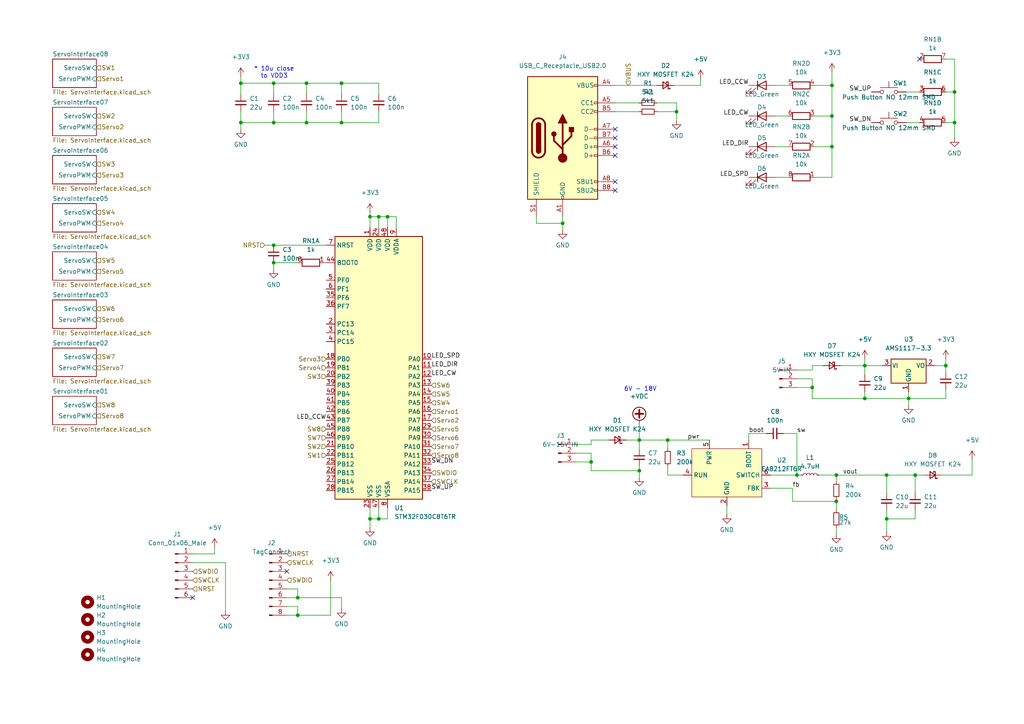
<source format=kicad_sch>
(kicad_sch (version 20211123) (generator eeschema)
  (paper "A4")
  (lib_symbols
    (symbol "Connector:Conn_01x03_Male" (pin_names (offset 1.016) hide)
      (property "Reference" "J" (at 0 5.08 0))
      (property "Value" "Conn_01x03_Male" (at 0 -5.08 0))
      (symbol "Conn_01x03_Male_1_1"
        (polyline (pts (xy 1.27 -2.54) (xy 0.8636 -2.54)) (stroke (width 0.1524)))
        (polyline (pts (xy 1.27 0) (xy 0.8636 0)) (stroke (width 0.1524)))
        (polyline (pts (xy 1.27 2.54) (xy 0.8636 2.54)) (stroke (width 0.1524)))
        (rectangle (start 0.8636 -2.413) (end 0 -2.667) (stroke (width 0.1524)) (fill (type outline)))
        (rectangle (start 0.8636 0.127) (end 0 -0.127) (stroke (width 0.1524)) (fill (type outline)))
        (rectangle (start 0.8636 2.667) (end 0 2.413) (stroke (width 0.1524)) (fill (type outline)))
        (pin passive line (at 5.08 2.54 180) (length 3.81) (name "Pin_1") (number "1"))
        (pin passive line (at 5.08 0 180) (length 3.81) (name "Pin_2") (number "2"))
        (pin passive line (at 5.08 -2.54 180) (length 3.81) (name "Pin_3") (number "3"))
      )
    )
    (symbol "Connector:Conn_01x06_Male" (pin_names (offset 1.016) hide)
      (property "Reference" "J" (at 0 7.62 0))
      (property "Value" "Conn_01x06_Male" (at 0 -10.16 0))
      (symbol "Conn_01x06_Male_1_1"
        (polyline (pts (xy 1.27 -7.62) (xy 0.8636 -7.62)) (stroke (width 0.1524)))
        (polyline (pts (xy 1.27 -5.08) (xy 0.8636 -5.08)) (stroke (width 0.1524)))
        (polyline (pts (xy 1.27 -2.54) (xy 0.8636 -2.54)) (stroke (width 0.1524)))
        (polyline (pts (xy 1.27 0) (xy 0.8636 0)) (stroke (width 0.1524)))
        (polyline (pts (xy 1.27 2.54) (xy 0.8636 2.54)) (stroke (width 0.1524)))
        (polyline (pts (xy 1.27 5.08) (xy 0.8636 5.08)) (stroke (width 0.1524)))
        (rectangle (start 0.8636 -7.493) (end 0 -7.747) (stroke (width 0.1524)) (fill (type outline)))
        (rectangle (start 0.8636 -4.953) (end 0 -5.207) (stroke (width 0.1524)) (fill (type outline)))
        (rectangle (start 0.8636 -2.413) (end 0 -2.667) (stroke (width 0.1524)) (fill (type outline)))
        (rectangle (start 0.8636 0.127) (end 0 -0.127) (stroke (width 0.1524)) (fill (type outline)))
        (rectangle (start 0.8636 2.667) (end 0 2.413) (stroke (width 0.1524)) (fill (type outline)))
        (rectangle (start 0.8636 5.207) (end 0 4.953) (stroke (width 0.1524)) (fill (type outline)))
        (pin passive line (at 5.08 5.08 180) (length 3.81) (name "Pin_1") (number "1"))
        (pin passive line (at 5.08 2.54 180) (length 3.81) (name "Pin_2") (number "2"))
        (pin passive line (at 5.08 0 180) (length 3.81) (name "Pin_3") (number "3"))
        (pin passive line (at 5.08 -2.54 180) (length 3.81) (name "Pin_4") (number "4"))
        (pin passive line (at 5.08 -5.08 180) (length 3.81) (name "Pin_5") (number "5"))
        (pin passive line (at 5.08 -7.62 180) (length 3.81) (name "Pin_6") (number "6"))
      )
    )
    (symbol "Connector:Conn_01x08_Male" (pin_names (offset 1.016) hide)
      (property "Reference" "J" (at 0 10.16 0))
      (property "Value" "Conn_01x08_Male" (at 0 -12.7 0))
      (symbol "Conn_01x08_Male_1_1"
        (polyline (pts (xy 1.27 -10.16) (xy 0.8636 -10.16)) (stroke (width 0.1524)))
        (polyline (pts (xy 1.27 -7.62) (xy 0.8636 -7.62)) (stroke (width 0.1524)))
        (polyline (pts (xy 1.27 -5.08) (xy 0.8636 -5.08)) (stroke (width 0.1524)))
        (polyline (pts (xy 1.27 -2.54) (xy 0.8636 -2.54)) (stroke (width 0.1524)))
        (polyline (pts (xy 1.27 0) (xy 0.8636 0)) (stroke (width 0.1524)))
        (polyline (pts (xy 1.27 2.54) (xy 0.8636 2.54)) (stroke (width 0.1524)))
        (polyline (pts (xy 1.27 5.08) (xy 0.8636 5.08)) (stroke (width 0.1524)))
        (polyline (pts (xy 1.27 7.62) (xy 0.8636 7.62)) (stroke (width 0.1524)))
        (rectangle (start 0.8636 -10.033) (end 0 -10.287) (stroke (width 0.1524)) (fill (type outline)))
        (rectangle (start 0.8636 -7.493) (end 0 -7.747) (stroke (width 0.1524)) (fill (type outline)))
        (rectangle (start 0.8636 -4.953) (end 0 -5.207) (stroke (width 0.1524)) (fill (type outline)))
        (rectangle (start 0.8636 -2.413) (end 0 -2.667) (stroke (width 0.1524)) (fill (type outline)))
        (rectangle (start 0.8636 0.127) (end 0 -0.127) (stroke (width 0.1524)) (fill (type outline)))
        (rectangle (start 0.8636 2.667) (end 0 2.413) (stroke (width 0.1524)) (fill (type outline)))
        (rectangle (start 0.8636 5.207) (end 0 4.953) (stroke (width 0.1524)) (fill (type outline)))
        (rectangle (start 0.8636 7.747) (end 0 7.493) (stroke (width 0.1524)) (fill (type outline)))
        (pin passive line (at 5.08 7.62 180) (length 3.81) (name "Pin_1") (number "1"))
        (pin passive line (at 5.08 5.08 180) (length 3.81) (name "Pin_2") (number "2"))
        (pin passive line (at 5.08 2.54 180) (length 3.81) (name "Pin_3") (number "3"))
        (pin passive line (at 5.08 0 180) (length 3.81) (name "Pin_4") (number "4"))
        (pin passive line (at 5.08 -2.54 180) (length 3.81) (name "Pin_5") (number "5"))
        (pin passive line (at 5.08 -5.08 180) (length 3.81) (name "Pin_6") (number "6"))
        (pin passive line (at 5.08 -7.62 180) (length 3.81) (name "Pin_7") (number "7"))
        (pin passive line (at 5.08 -10.16 180) (length 3.81) (name "Pin_8") (number "8"))
      )
    )
    (symbol "Connector:USB_C_Receptacle_USB2.0" (pin_names (offset 1.016))
      (property "Reference" "J" (at -10.16 19.05 0))
      (property "Value" "USB_C_Receptacle_USB2.0" (at 19.05 19.05 0))
      (symbol "USB_C_Receptacle_USB2.0_0_0"
        (rectangle (start -0.254 -17.78) (end 0.254 -16.764))
        (rectangle (start 10.16 -14.986) (end 9.144 -15.494))
        (rectangle (start 10.16 -12.446) (end 9.144 -12.954))
        (rectangle (start 10.16 -4.826) (end 9.144 -5.334))
        (rectangle (start 10.16 -2.286) (end 9.144 -2.794))
        (rectangle (start 10.16 0.254) (end 9.144 -0.254))
        (rectangle (start 10.16 2.794) (end 9.144 2.286))
        (rectangle (start 10.16 7.874) (end 9.144 7.366))
        (rectangle (start 10.16 10.414) (end 9.144 9.906))
        (rectangle (start 10.16 15.494) (end 9.144 14.986))
      )
      (symbol "USB_C_Receptacle_USB2.0_0_1"
        (rectangle (start -10.16 17.78) (end 10.16 -17.78) (stroke (width 0.254)) (fill (type background)))
        (arc (start -8.89 -3.81) (mid -6.985 -5.715) (end -5.08 -3.81) (stroke (width 0.508)))
        (arc (start -7.62 -3.81) (mid -6.985 -4.445) (end -6.35 -3.81) (stroke (width 0.254)))
        (arc (start -7.62 -3.81) (mid -6.985 -4.445) (end -6.35 -3.81) (stroke (width 0.254)) (fill (type outline)))
        (rectangle (start -7.62 -3.81) (end -6.35 3.81) (stroke (width 0.254)) (fill (type outline)))
        (arc (start -6.35 3.81) (mid -6.985 4.445) (end -7.62 3.81) (stroke (width 0.254)))
        (arc (start -6.35 3.81) (mid -6.985 4.445) (end -7.62 3.81) (stroke (width 0.254)) (fill (type outline)))
        (arc (start -5.08 3.81) (mid -6.985 5.715) (end -8.89 3.81) (stroke (width 0.508)))
        (circle (center -2.54 1.143) (radius 0.635) (stroke (width 0.254)) (fill (type outline)))
        (circle (center 0 -5.842) (radius 1.27) (fill (type outline)))
        (polyline (pts (xy -8.89 -3.81) (xy -8.89 3.81)) (stroke (width 0.508)))
        (polyline (pts (xy -5.08 3.81) (xy -5.08 -3.81)) (stroke (width 0.508)))
        (polyline (pts (xy 0 -5.842) (xy 0 4.318)) (stroke (width 0.508)))
        (polyline (pts (xy 0 -3.302) (xy -2.54 -0.762) (xy -2.54 0.508)) (stroke (width 0.508)))
        (polyline (pts (xy 0 -2.032) (xy 2.54 0.508) (xy 2.54 1.778)) (stroke (width 0.508)))
        (polyline (pts (xy -1.27 4.318) (xy 0 6.858) (xy 1.27 4.318) (xy -1.27 4.318)) (stroke (width 0.254)) (fill (type outline)))
        (rectangle (start 1.905 1.778) (end 3.175 3.048) (stroke (width 0.254)) (fill (type outline)))
      )
      (symbol "USB_C_Receptacle_USB2.0_1_1"
        (pin passive line (at 0 -22.86 90) (length 5.08) (name "GND") (number "A1"))
        (pin passive line (at 0 -22.86 90) (length 5.08) hide (name "GND") (number "A12"))
        (pin passive line (at 15.24 15.24 180) (length 5.08) (name "VBUS") (number "A4"))
        (pin bidirectional line (at 15.24 10.16 180) (length 5.08) (name "CC1") (number "A5"))
        (pin bidirectional line (at 15.24 -2.54 180) (length 5.08) (name "D+") (number "A6"))
        (pin bidirectional line (at 15.24 2.54 180) (length 5.08) (name "D-") (number "A7"))
        (pin bidirectional line (at 15.24 -12.7 180) (length 5.08) (name "SBU1") (number "A8"))
        (pin passive line (at 15.24 15.24 180) (length 5.08) hide (name "VBUS") (number "A9"))
        (pin passive line (at 0 -22.86 90) (length 5.08) hide (name "GND") (number "B1"))
        (pin passive line (at 0 -22.86 90) (length 5.08) hide (name "GND") (number "B12"))
        (pin passive line (at 15.24 15.24 180) (length 5.08) hide (name "VBUS") (number "B4"))
        (pin bidirectional line (at 15.24 7.62 180) (length 5.08) (name "CC2") (number "B5"))
        (pin bidirectional line (at 15.24 -5.08 180) (length 5.08) (name "D+") (number "B6"))
        (pin bidirectional line (at 15.24 0 180) (length 5.08) (name "D-") (number "B7"))
        (pin bidirectional line (at 15.24 -15.24 180) (length 5.08) (name "SBU2") (number "B8"))
        (pin passive line (at 15.24 15.24 180) (length 5.08) hide (name "VBUS") (number "B9"))
        (pin passive line (at -7.62 -22.86 90) (length 5.08) (name "SHIELD") (number "S1"))
      )
    )
    (symbol "Device:C_Small" (pin_numbers hide) (pin_names (offset 0.254) hide)
      (property "Reference" "C" (at 0.254 1.778 0))
      (property "Value" "C_Small" (at 0.254 -2.032 0))
      (symbol "C_Small_0_1"
        (polyline (pts (xy -1.524 -0.508) (xy 1.524 -0.508)) (stroke (width 0.3302)))
        (polyline (pts (xy -1.524 0.508) (xy 1.524 0.508)) (stroke (width 0.3048)))
      )
      (symbol "C_Small_1_1"
        (pin passive line (at 0 2.54 270) (length 2.032) (name "~") (number "1"))
        (pin passive line (at 0 -2.54 90) (length 2.032) (name "~") (number "2"))
      )
    )
    (symbol "Device:D_Schottky_Small" (pin_numbers hide) (pin_names (offset 0.254) hide)
      (property "Reference" "D" (at -1.27 2.032 0))
      (property "Value" "D_Schottky_Small" (at -7.112 -2.032 0))
      (symbol "D_Schottky_Small_0_1"
        (polyline (pts (xy -0.762 0) (xy 0.762 0)))
        (polyline (pts (xy 0.762 -1.016) (xy -0.762 0) (xy 0.762 1.016) (xy 0.762 -1.016)) (stroke (width 0.254)))
        (polyline (pts (xy -1.27 0.762) (xy -1.27 1.016) (xy -0.762 1.016) (xy -0.762 -1.016) (xy -0.254 -1.016) (xy -0.254 -0.762)) (stroke (width 0.254)))
      )
      (symbol "D_Schottky_Small_1_1"
        (pin passive line (at -2.54 0 0) (length 1.778) (name "K") (number "1"))
        (pin passive line (at 2.54 0 180) (length 1.778) (name "A") (number "2"))
      )
    )
    (symbol "Device:LED" (pin_numbers hide) (pin_names (offset 1.016) hide)
      (property "Reference" "D" (at 0 2.54 0))
      (property "Value" "LED" (at 0 -2.54 0))
      (symbol "LED_0_1"
        (polyline (pts (xy -1.27 -1.27) (xy -1.27 1.27)) (stroke (width 0.254)))
        (polyline (pts (xy -1.27 0) (xy 1.27 0)))
        (polyline (pts (xy 1.27 -1.27) (xy 1.27 1.27) (xy -1.27 0) (xy 1.27 -1.27)) (stroke (width 0.254)))
        (polyline (pts (xy -3.048 -0.762) (xy -4.572 -2.286) (xy -3.81 -2.286) (xy -4.572 -2.286) (xy -4.572 -1.524)))
        (polyline (pts (xy -1.778 -0.762) (xy -3.302 -2.286) (xy -2.54 -2.286) (xy -3.302 -2.286) (xy -3.302 -1.524)))
      )
      (symbol "LED_1_1"
        (pin passive line (at -3.81 0 0) (length 2.54) (name "K") (number "1"))
        (pin passive line (at 3.81 0 180) (length 2.54) (name "A") (number "2"))
      )
    )
    (symbol "Device:L_Small" (pin_numbers hide) (pin_names (offset 0.254) hide)
      (property "Reference" "L" (at 0.762 1.016 0))
      (property "Value" "L_Small" (at 0.762 -1.016 0))
      (symbol "L_Small_0_1"
        (arc (start 0 -2.032) (mid 0.508 -1.524) (end 0 -1.016))
        (arc (start 0 -1.016) (mid 0.508 -0.508) (end 0 0))
        (arc (start 0 0) (mid 0.508 0.508) (end 0 1.016))
        (arc (start 0 1.016) (mid 0.508 1.524) (end 0 2.032))
      )
      (symbol "L_Small_1_1"
        (pin passive line (at 0 2.54 270) (length 0.508) (name "~") (number "1"))
        (pin passive line (at 0 -2.54 90) (length 0.508) (name "~") (number "2"))
      )
    )
    (symbol "Device:R_Pack04_Split" (pin_names (offset 0) hide)
      (property "Reference" "RN" (at 2.032 0 90))
      (property "Value" "R_Pack04_Split" (at 0 0 90))
      (symbol "R_Pack04_Split_0_1"
        (rectangle (start 1.016 2.54) (end -1.016 -2.54) (stroke (width 0.254)))
      )
      (symbol "R_Pack04_Split_1_1"
        (pin passive line (at 0 -3.81 90) (length 1.27) (name "R1.1") (number "1"))
        (pin passive line (at 0 3.81 270) (length 1.27) (name "R1.2") (number "8"))
      )
      (symbol "R_Pack04_Split_2_1"
        (pin passive line (at 0 -3.81 90) (length 1.27) (name "R2.1") (number "2"))
        (pin passive line (at 0 3.81 270) (length 1.27) (name "R2.2") (number "7"))
      )
      (symbol "R_Pack04_Split_3_1"
        (pin passive line (at 0 -3.81 90) (length 1.27) (name "R3.1") (number "3"))
        (pin passive line (at 0 3.81 270) (length 1.27) (name "R3.2") (number "6"))
      )
      (symbol "R_Pack04_Split_4_1"
        (pin passive line (at 0 -3.81 90) (length 1.27) (name "R4.1") (number "4"))
        (pin passive line (at 0 3.81 270) (length 1.27) (name "R4.2") (number "5"))
      )
    )
    (symbol "Device:R_Small" (pin_numbers hide) (pin_names (offset 0.254) hide)
      (property "Reference" "R" (at 0.762 0.508 0))
      (property "Value" "R_Small" (at 0.762 -1.016 0))
      (symbol "R_Small_0_1"
        (rectangle (start -0.762 1.778) (end 0.762 -1.778) (stroke (width 0.2032)))
      )
      (symbol "R_Small_1_1"
        (pin passive line (at 0 2.54 270) (length 0.762) (name "~") (number "1"))
        (pin passive line (at 0 -2.54 90) (length 0.762) (name "~") (number "2"))
      )
    )
    (symbol "MCU_ST_STM32F0:STM32F030C8Tx"
      (property "Reference" "U" (at -12.7 39.37 0))
      (property "Value" "STM32F030C8Tx" (at 7.62 39.37 0))
      (symbol "STM32F030C8Tx_0_1"
        (rectangle (start -12.7 -38.1) (end 12.7 38.1) (stroke (width 0.254)) (fill (type background)))
      )
      (symbol "STM32F030C8Tx_1_1"
        (pin power_in line (at -2.54 40.64 270) (length 2.54) (name "VDD") (number "1"))
        (pin bidirectional line (at 15.24 2.54 180) (length 2.54) (name "PA0") (number "10"))
        (pin bidirectional line (at 15.24 0 180) (length 2.54) (name "PA1") (number "11"))
        (pin bidirectional line (at 15.24 -2.54 180) (length 2.54) (name "PA2") (number "12"))
        (pin bidirectional line (at 15.24 -5.08 180) (length 2.54) (name "PA3") (number "13"))
        (pin bidirectional line (at 15.24 -7.62 180) (length 2.54) (name "PA4") (number "14"))
        (pin bidirectional line (at 15.24 -10.16 180) (length 2.54) (name "PA5") (number "15"))
        (pin bidirectional line (at 15.24 -12.7 180) (length 2.54) (name "PA6") (number "16"))
        (pin bidirectional line (at 15.24 -15.24 180) (length 2.54) (name "PA7") (number "17"))
        (pin bidirectional line (at -15.24 2.54 0) (length 2.54) (name "PB0") (number "18"))
        (pin bidirectional line (at -15.24 0 0) (length 2.54) (name "PB1") (number "19"))
        (pin bidirectional line (at -15.24 12.7 0) (length 2.54) (name "PC13") (number "2"))
        (pin bidirectional line (at -15.24 -2.54 0) (length 2.54) (name "PB2") (number "20"))
        (pin bidirectional line (at -15.24 -22.86 0) (length 2.54) (name "PB10") (number "21"))
        (pin bidirectional line (at -15.24 -25.4 0) (length 2.54) (name "PB11") (number "22"))
        (pin power_in line (at -2.54 -40.64 90) (length 2.54) (name "VSS") (number "23"))
        (pin power_in line (at 0 40.64 270) (length 2.54) (name "VDD") (number "24"))
        (pin bidirectional line (at -15.24 -27.94 0) (length 2.54) (name "PB12") (number "25"))
        (pin bidirectional line (at -15.24 -30.48 0) (length 2.54) (name "PB13") (number "26"))
        (pin bidirectional line (at -15.24 -33.02 0) (length 2.54) (name "PB14") (number "27"))
        (pin bidirectional line (at -15.24 -35.56 0) (length 2.54) (name "PB15") (number "28"))
        (pin bidirectional line (at 15.24 -17.78 180) (length 2.54) (name "PA8") (number "29"))
        (pin bidirectional line (at -15.24 10.16 0) (length 2.54) (name "PC14") (number "3"))
        (pin bidirectional line (at 15.24 -20.32 180) (length 2.54) (name "PA9") (number "30"))
        (pin bidirectional line (at 15.24 -22.86 180) (length 2.54) (name "PA10") (number "31"))
        (pin bidirectional line (at 15.24 -25.4 180) (length 2.54) (name "PA11") (number "32"))
        (pin bidirectional line (at 15.24 -27.94 180) (length 2.54) (name "PA12") (number "33"))
        (pin bidirectional line (at 15.24 -30.48 180) (length 2.54) (name "PA13") (number "34"))
        (pin bidirectional line (at -15.24 20.32 0) (length 2.54) (name "PF6") (number "35"))
        (pin bidirectional line (at -15.24 17.78 0) (length 2.54) (name "PF7") (number "36"))
        (pin bidirectional line (at 15.24 -33.02 180) (length 2.54) (name "PA14") (number "37"))
        (pin bidirectional line (at 15.24 -35.56 180) (length 2.54) (name "PA15") (number "38"))
        (pin bidirectional line (at -15.24 -5.08 0) (length 2.54) (name "PB3") (number "39"))
        (pin bidirectional line (at -15.24 7.62 0) (length 2.54) (name "PC15") (number "4"))
        (pin bidirectional line (at -15.24 -7.62 0) (length 2.54) (name "PB4") (number "40"))
        (pin bidirectional line (at -15.24 -10.16 0) (length 2.54) (name "PB5") (number "41"))
        (pin bidirectional line (at -15.24 -12.7 0) (length 2.54) (name "PB6") (number "42"))
        (pin bidirectional line (at -15.24 -15.24 0) (length 2.54) (name "PB7") (number "43"))
        (pin input line (at -15.24 30.48 0) (length 2.54) (name "BOOT0") (number "44"))
        (pin bidirectional line (at -15.24 -17.78 0) (length 2.54) (name "PB8") (number "45"))
        (pin bidirectional line (at -15.24 -20.32 0) (length 2.54) (name "PB9") (number "46"))
        (pin power_in line (at 0 -40.64 90) (length 2.54) (name "VSS") (number "47"))
        (pin power_in line (at 2.54 40.64 270) (length 2.54) (name "VDD") (number "48"))
        (pin input line (at -15.24 25.4 0) (length 2.54) (name "PF0") (number "5"))
        (pin input line (at -15.24 22.86 0) (length 2.54) (name "PF1") (number "6"))
        (pin input line (at -15.24 35.56 0) (length 2.54) (name "NRST") (number "7"))
        (pin power_in line (at 2.54 -40.64 90) (length 2.54) (name "VSSA") (number "8"))
        (pin power_in line (at 5.08 40.64 270) (length 2.54) (name "VDDA") (number "9"))
      )
    )
    (symbol "Mechanical:MountingHole" (pin_names (offset 1.016))
      (property "Reference" "H" (at 0 5.08 0))
      (property "Value" "MountingHole" (at 0 3.175 0))
      (symbol "MountingHole_0_1"
        (circle (center 0 0) (radius 1.27) (stroke (width 1.27)))
      )
    )
    (symbol "Regulator_Linear:AMS1117-3.3" (pin_names (offset 0.254))
      (property "Reference" "U" (at -3.81 3.175 0))
      (property "Value" "AMS1117-3.3" (at 0 3.175 0))
      (symbol "AMS1117-3.3_0_1"
        (rectangle (start -5.08 -5.08) (end 5.08 1.905) (stroke (width 0.254)) (fill (type background)))
      )
      (symbol "AMS1117-3.3_1_1"
        (pin power_in line (at 0 -7.62 90) (length 2.54) (name "GND") (number "1"))
        (pin power_out line (at 7.62 0 180) (length 2.54) (name "VO") (number "2"))
        (pin power_in line (at -7.62 0 0) (length 2.54) (name "VI") (number "3"))
      )
    )
    (symbol "Switch:SW_Push" (pin_numbers hide) (pin_names (offset 1.016) hide)
      (property "Reference" "SW" (at 1.27 2.54 0))
      (property "Value" "SW_Push" (at 0 -1.524 0))
      (symbol "SW_Push_0_1"
        (circle (center -2.032 0) (radius 0.508))
        (polyline (pts (xy 0 1.27) (xy 0 3.048)))
        (polyline (pts (xy 2.54 1.27) (xy -2.54 1.27)))
        (circle (center 2.032 0) (radius 0.508))
        (pin passive line (at -5.08 0 0) (length 2.54) (name "1") (number "1"))
        (pin passive line (at 5.08 0 180) (length 2.54) (name "2") (number "2"))
      )
    )
    (symbol "ant:EA8212F"
      (property "Reference" "U" (at 0 5.08 0))
      (property "Value" "EA8212F" (at 0 2.54 0))
      (symbol "EA8212F_0_1"
        (rectangle (start -10.16 7.62) (end 10.16 -6.35) (fill (type background)))
      )
      (symbol "EA8212F_1_1"
        (pin bidirectional line (at 6.35 10.16 270) (length 2.54) (name "BOOT") (number "1"))
        (pin power_in line (at 0 -8.89 90) (length 2.54) (name "GND") (number "2"))
        (pin input line (at 12.7 -3.81 180) (length 2.54) (name "FBK") (number "3"))
        (pin input line (at -12.7 0 0) (length 2.54) (name "RUN") (number "4"))
        (pin power_in line (at -5.08 10.16 270) (length 2.54) (name "PWR") (number "5"))
        (pin power_out line (at 12.7 0 180) (length 2.54) (name "SWITCH") (number "6"))
      )
    )
    (symbol "power:+3V3" (power) (pin_names (offset 0))
      (property "Value" "+3V3" (at 0 3.556 0))
      (symbol "+3V3_0_1"
        (polyline (pts (xy -0.762 1.27) (xy 0 2.54)))
        (polyline (pts (xy 0 0) (xy 0 2.54)))
        (polyline (pts (xy 0 2.54) (xy 0.762 1.27)))
      )
      (symbol "+3V3_1_1"
        (pin power_in line (at 0 0 90) (length 0) hide (name "+3V3") (number "1"))
      )
    )
    (symbol "power:+5V" (power) (pin_names (offset 0))
      (property "Value" "+5V" (at 0 3.556 0))
      (symbol "+5V_0_1"
        (polyline (pts (xy -0.762 1.27) (xy 0 2.54)))
        (polyline (pts (xy 0 0) (xy 0 2.54)))
        (polyline (pts (xy 0 2.54) (xy 0.762 1.27)))
      )
      (symbol "+5V_1_1"
        (pin power_in line (at 0 0 90) (length 0) hide (name "+5V") (number "1"))
      )
    )
    (symbol "power:+VDC" (power) (pin_names (offset 0))
      (property "Value" "+VDC" (at 0 6.35 0))
      (symbol "+VDC_0_1"
        (polyline (pts (xy -1.143 3.175) (xy 1.143 3.175)) (stroke (width 0.508)))
        (polyline (pts (xy 0 0) (xy 0 1.27)))
        (polyline (pts (xy 0 2.032) (xy 0 4.318)) (stroke (width 0.508)))
        (circle (center 0 3.175) (radius 1.905) (stroke (width 0.254)))
      )
      (symbol "+VDC_1_1"
        (pin power_in line (at 0 0 90) (length 0) hide (name "+VDC") (number "1"))
      )
    )
    (symbol "power:GND" (power) (pin_names (offset 0))
      (property "Value" "GND" (at 0 -3.81 0))
      (symbol "GND_0_1"
        (polyline (pts (xy 0 0) (xy 0 -1.27) (xy 1.27 -1.27) (xy 0 -2.54) (xy -1.27 -1.27) (xy 0 -1.27)))
      )
      (symbol "GND_1_1"
        (pin power_in line (at 0 0 270) (length 0) hide (name "GND") (number "1"))
      )
    )
  )
  (junction (at 171.45 133.985))
  (junction (at 241.3 42.545))
  (junction (at 242.57 137.795))
  (junction (at 257.175 137.795))
  (junction (at 163.195 64.77))
  (junction (at 274.32 106.045))
  (junction (at 196.215 32.385))
  (junction (at 250.825 115.57))
  (junction (at 242.57 145.415))
  (junction (at 257.175 150.495))
  (junction (at 86.36 173.355))
  (junction (at 88.9 35.56))
  (junction (at 185.42 136.525))
  (junction (at 193.675 127.635))
  (junction (at 79.375 24.13))
  (junction (at 185.42 127.635))
  (junction (at 109.855 62.865))
  (junction (at 86.36 178.435))
  (junction (at 69.85 24.13))
  (junction (at 112.395 62.865))
  (junction (at 79.375 76.2))
  (junction (at 107.315 150.495))
  (junction (at 276.86 35.56))
  (junction (at 88.9 24.13))
  (junction (at 265.43 137.795))
  (junction (at 241.3 24.765))
  (junction (at 109.855 150.495))
  (junction (at 276.86 26.67))
  (junction (at 107.315 62.865))
  (junction (at 99.06 35.56))
  (junction (at 250.825 106.045))
  (junction (at 79.375 71.12))
  (junction (at 69.85 35.56))
  (junction (at 235.585 112.395))
  (junction (at 99.06 24.13))
  (junction (at 231.14 137.795))
  (junction (at 79.375 35.56))
  (junction (at 241.3 33.655))
  (junction (at 263.525 115.57))
  (no_connect (at 83.185 165.735))
  (no_connect (at 55.88 173.355))
  (no_connect (at 178.435 37.465))
  (no_connect (at 178.435 40.005))
  (no_connect (at 178.435 42.545))
  (no_connect (at 178.435 45.085))
  (no_connect (at 178.435 52.705))
  (no_connect (at 178.435 55.245))
  (no_connect (at 266.7 17.145))
  (wire (pts (xy 274.32 26.67) (xy 276.86 26.67)))
  (wire (pts (xy 229.87 141.605) (xy 229.87 145.415)))
  (wire (pts (xy 112.395 150.495) (xy 112.395 147.32)))
  (wire (pts (xy 217.17 125.73) (xy 222.25 125.73)))
  (wire (pts (xy 231.14 112.395) (xy 235.585 112.395)))
  (wire (pts (xy 99.06 173.355) (xy 99.06 176.53)))
  (wire (pts (xy 241.3 24.765) (xy 241.3 33.655)))
  (wire (pts (xy 241.3 33.655) (xy 241.3 42.545)))
  (wire (pts (xy 79.375 35.56) (xy 88.9 35.56)))
  (wire (pts (xy 109.855 62.865) (xy 107.315 62.865)))
  (wire (pts (xy 83.185 178.435) (xy 86.36 178.435)))
  (wire (pts (xy 273.05 137.795) (xy 281.94 137.795)))
  (wire (pts (xy 79.375 24.13) (xy 79.375 27.305)))
  (wire (pts (xy 281.94 137.795) (xy 281.94 133.35)))
  (wire (pts (xy 107.315 61.595) (xy 107.315 62.865)))
  (wire (pts (xy 250.825 115.57) (xy 263.525 115.57)))
  (wire (pts (xy 88.9 24.13) (xy 99.06 24.13)))
  (wire (pts (xy 95.885 168.275) (xy 95.885 178.435)))
  (wire (pts (xy 196.215 34.925) (xy 196.215 32.385)))
  (wire (pts (xy 229.87 145.415) (xy 242.57 145.415)))
  (wire (pts (xy 86.36 175.895) (xy 86.36 178.435)))
  (wire (pts (xy 155.575 64.77) (xy 163.195 64.77)))
  (wire (pts (xy 62.23 160.655) (xy 62.23 158.75)))
  (wire (pts (xy 231.14 107.315) (xy 235.585 107.315)))
  (wire (pts (xy 185.42 136.525) (xy 185.42 138.43)))
  (wire (pts (xy 99.06 32.385) (xy 99.06 35.56)))
  (wire (pts (xy 193.675 127.635) (xy 205.74 127.635)))
  (wire (pts (xy 236.22 24.765) (xy 241.3 24.765)))
  (wire (pts (xy 265.43 150.495) (xy 257.175 150.495)))
  (wire (pts (xy 55.88 163.195) (xy 65.405 163.195)))
  (wire (pts (xy 79.375 32.385) (xy 79.375 35.56)))
  (wire (pts (xy 109.855 150.495) (xy 112.395 150.495)))
  (wire (pts (xy 242.57 137.795) (xy 242.57 139.7)))
  (wire (pts (xy 243.84 106.045) (xy 250.825 106.045)))
  (wire (pts (xy 223.52 137.795) (xy 231.14 137.795)))
  (wire (pts (xy 210.82 146.685) (xy 210.82 149.225)))
  (wire (pts (xy 223.52 141.605) (xy 229.87 141.605)))
  (wire (pts (xy 181.61 127.635) (xy 185.42 127.635)))
  (wire (pts (xy 114.935 66.04) (xy 114.935 62.865)))
  (wire (pts (xy 178.435 32.385) (xy 185.42 32.385)))
  (wire (pts (xy 236.22 51.435) (xy 241.3 51.435)))
  (wire (pts (xy 235.585 112.395) (xy 235.585 115.57)))
  (wire (pts (xy 114.935 62.865) (xy 112.395 62.865)))
  (wire (pts (xy 171.45 128.905) (xy 171.45 127.635)))
  (wire (pts (xy 99.06 24.13) (xy 109.855 24.13)))
  (wire (pts (xy 171.45 127.635) (xy 176.53 127.635)))
  (wire (pts (xy 107.315 62.865) (xy 107.315 66.04)))
  (wire (pts (xy 109.855 24.13) (xy 109.855 27.305)))
  (wire (pts (xy 185.42 135.255) (xy 185.42 136.525)))
  (wire (pts (xy 265.43 137.795) (xy 267.97 137.795)))
  (wire (pts (xy 250.825 106.045) (xy 250.825 104.14)))
  (wire (pts (xy 262.89 26.67) (xy 266.7 26.67)))
  (wire (pts (xy 86.36 178.435) (xy 95.885 178.435)))
  (wire (pts (xy 93.98 76.2) (xy 94.615 76.2)))
  (wire (pts (xy 107.315 150.495) (xy 109.855 150.495)))
  (wire (pts (xy 203.2 22.86) (xy 203.2 24.765)))
  (wire (pts (xy 69.85 24.13) (xy 79.375 24.13)))
  (wire (pts (xy 263.525 115.57) (xy 274.32 115.57)))
  (wire (pts (xy 99.06 35.56) (xy 109.855 35.56)))
  (wire (pts (xy 69.85 35.56) (xy 79.375 35.56)))
  (wire (pts (xy 196.215 32.385) (xy 196.215 29.845)))
  (wire (pts (xy 263.525 115.57) (xy 263.525 117.475)))
  (wire (pts (xy 227.33 125.73) (xy 231.14 125.73)))
  (wire (pts (xy 235.585 115.57) (xy 250.825 115.57)))
  (wire (pts (xy 193.675 127.635) (xy 193.675 130.175)))
  (wire (pts (xy 276.86 35.56) (xy 276.86 40.005)))
  (wire (pts (xy 163.195 64.77) (xy 163.195 66.675)))
  (wire (pts (xy 155.575 62.865) (xy 155.575 64.77)))
  (wire (pts (xy 265.43 147.955) (xy 265.43 150.495)))
  (wire (pts (xy 196.215 29.845) (xy 190.5 29.845)))
  (wire (pts (xy 190.5 32.385) (xy 196.215 32.385)))
  (wire (pts (xy 263.525 113.665) (xy 263.525 115.57)))
  (wire (pts (xy 88.9 35.56) (xy 99.06 35.56)))
  (wire (pts (xy 274.32 106.045) (xy 274.32 107.95)))
  (wire (pts (xy 86.36 173.355) (xy 99.06 173.355)))
  (wire (pts (xy 171.45 133.985) (xy 171.45 136.525)))
  (wire (pts (xy 163.195 62.865) (xy 163.195 64.77)))
  (wire (pts (xy 83.185 170.815) (xy 86.36 170.815)))
  (wire (pts (xy 224.79 24.765) (xy 228.6 24.765)))
  (wire (pts (xy 250.825 113.665) (xy 250.825 115.57)))
  (wire (pts (xy 274.32 17.145) (xy 276.86 17.145)))
  (wire (pts (xy 171.45 131.445) (xy 171.45 133.985)))
  (wire (pts (xy 265.43 137.795) (xy 257.175 137.795)))
  (wire (pts (xy 217.17 127.635) (xy 217.17 125.73)))
  (wire (pts (xy 242.57 144.78) (xy 242.57 145.415)))
  (wire (pts (xy 241.3 20.955) (xy 241.3 24.765)))
  (wire (pts (xy 238.76 106.045) (xy 235.585 106.045)))
  (wire (pts (xy 231.14 125.73) (xy 231.14 137.795)))
  (wire (pts (xy 178.435 24.765) (xy 190.5 24.765)))
  (wire (pts (xy 274.32 113.03) (xy 274.32 115.57)))
  (wire (pts (xy 185.42 127.635) (xy 193.675 127.635)))
  (wire (pts (xy 276.86 35.56) (xy 276.86 26.67)))
  (wire (pts (xy 69.85 37.465) (xy 69.85 35.56)))
  (wire (pts (xy 69.85 24.13) (xy 69.85 27.305)))
  (wire (pts (xy 193.675 135.255) (xy 193.675 137.795)))
  (wire (pts (xy 185.42 127.635) (xy 185.42 130.175)))
  (wire (pts (xy 167.005 128.905) (xy 171.45 128.905)))
  (wire (pts (xy 79.375 71.12) (xy 94.615 71.12)))
  (wire (pts (xy 79.375 76.2) (xy 86.36 76.2)))
  (wire (pts (xy 224.79 51.435) (xy 228.6 51.435)))
  (wire (pts (xy 235.585 109.855) (xy 231.14 109.855)))
  (wire (pts (xy 178.435 29.845) (xy 185.42 29.845)))
  (wire (pts (xy 107.315 153.035) (xy 107.315 150.495)))
  (wire (pts (xy 88.9 24.13) (xy 88.9 27.305)))
  (wire (pts (xy 109.855 147.32) (xy 109.855 150.495)))
  (wire (pts (xy 193.675 137.795) (xy 198.12 137.795)))
  (wire (pts (xy 171.45 136.525) (xy 185.42 136.525)))
  (wire (pts (xy 250.825 106.045) (xy 255.905 106.045)))
  (wire (pts (xy 236.22 33.655) (xy 241.3 33.655)))
  (wire (pts (xy 224.79 42.545) (xy 228.6 42.545)))
  (wire (pts (xy 250.825 108.585) (xy 250.825 106.045)))
  (wire (pts (xy 185.42 123.19) (xy 185.42 127.635)))
  (wire (pts (xy 65.405 163.195) (xy 65.405 177.165)))
  (wire (pts (xy 79.375 76.2) (xy 79.375 78.105)))
  (wire (pts (xy 83.185 173.355) (xy 86.36 173.355)))
  (wire (pts (xy 76.835 71.12) (xy 79.375 71.12)))
  (wire (pts (xy 203.2 24.765) (xy 195.58 24.765)))
  (wire (pts (xy 257.175 150.495) (xy 257.175 154.305)))
  (wire (pts (xy 241.3 51.435) (xy 241.3 42.545)))
  (wire (pts (xy 242.57 153.035) (xy 242.57 154.94)))
  (wire (pts (xy 274.32 104.14) (xy 274.32 106.045)))
  (wire (pts (xy 86.36 170.815) (xy 86.36 173.355)))
  (wire (pts (xy 112.395 62.865) (xy 109.855 62.865)))
  (wire (pts (xy 88.9 32.385) (xy 88.9 35.56)))
  (wire (pts (xy 242.57 145.415) (xy 242.57 147.955)))
  (wire (pts (xy 69.85 32.385) (xy 69.85 35.56)))
  (wire (pts (xy 167.005 133.985) (xy 171.45 133.985)))
  (wire (pts (xy 107.315 147.32) (xy 107.315 150.495)))
  (wire (pts (xy 257.175 137.795) (xy 242.57 137.795)))
  (wire (pts (xy 69.85 22.225) (xy 69.85 24.13)))
  (wire (pts (xy 224.79 33.655) (xy 228.6 33.655)))
  (wire (pts (xy 231.14 137.795) (xy 232.41 137.795)))
  (wire (pts (xy 109.855 35.56) (xy 109.855 32.385)))
  (wire (pts (xy 274.32 35.56) (xy 276.86 35.56)))
  (wire (pts (xy 266.7 35.56) (xy 262.89 35.56)))
  (wire (pts (xy 265.43 142.875) (xy 265.43 137.795)))
  (wire (pts (xy 257.175 142.875) (xy 257.175 137.795)))
  (wire (pts (xy 109.855 62.865) (xy 109.855 66.04)))
  (wire (pts (xy 271.145 106.045) (xy 274.32 106.045)))
  (wire (pts (xy 167.005 131.445) (xy 171.45 131.445)))
  (wire (pts (xy 257.175 147.955) (xy 257.175 150.495)))
  (wire (pts (xy 236.22 42.545) (xy 241.3 42.545)))
  (wire (pts (xy 79.375 24.13) (xy 88.9 24.13)))
  (wire (pts (xy 235.585 106.045) (xy 235.585 107.315)))
  (wire (pts (xy 112.395 62.865) (xy 112.395 66.04)))
  (wire (pts (xy 55.88 160.655) (xy 62.23 160.655)))
  (wire (pts (xy 235.585 109.855) (xy 235.585 112.395)))
  (wire (pts (xy 276.86 17.145) (xy 276.86 26.67)))
  (wire (pts (xy 99.06 24.13) (xy 99.06 27.305)))
  (wire (pts (xy 237.49 137.795) (xy 242.57 137.795)))
  (wire (pts (xy 83.185 175.895) (xy 86.36 175.895)))
  (text "* 10u close\n  to VDD3" (at 73.66 22.86 0) (effects (font (size 1.27 1.27)) (justify left bottom)))
  (text "6V - 18V" (at 180.975 113.665 0) (effects (font (size 1.27 1.27)) (justify left bottom)))
  (label "LED_CCW" (at 217.17 24.765 180))
  (label "vout" (at 244.475 137.795 0))
  (label "LED_DIR" (at 217.17 42.545 180))
  (label "fb" (at 229.87 141.605 0))
  (label "SW_UP" (at 125.095 142.24 0))
  (label "boot" (at 217.17 125.73 0))
  (label "LED_CW" (at 125.095 109.22 0))
  (label "SW_DN" (at 252.73 35.56 180))
  (label "pwr" (at 199.39 127.635 0))
  (label "LED_CW" (at 217.17 33.655 180))
  (label "LED_SPD" (at 125.095 104.14 0))
  (label "LED_CCW" (at 94.615 121.92 180))
  (label "LED_DIR" (at 125.095 106.68 0))
  (label "SW_DN" (at 125.095 134.62 0))
  (label "LED_SPD" (at 217.17 51.435 180))
  (label "sw" (at 231.14 125.73 0))
  (label "SW_UP" (at 252.73 26.67 180))
  (hierarchical_label "Servo8" (shape input) (at 27.94 120.65 0))
  (hierarchical_label "SW2" (shape input) (at 94.615 129.54 180))
  (hierarchical_label "SW3" (shape input) (at 27.94 47.625 0))
  (hierarchical_label "Servo1" (shape input) (at 27.94 22.86 0))
  (hierarchical_label "SWDIO" (shape input) (at 125.095 137.16 0))
  (hierarchical_label "SW6" (shape input) (at 27.94 89.535 0))
  (hierarchical_label "SW2" (shape input) (at 27.94 33.655 0))
  (hierarchical_label "SW6" (shape input) (at 125.095 111.76 0))
  (hierarchical_label "SW7" (shape input) (at 27.94 103.505 0))
  (hierarchical_label "SWCLK" (shape input) (at 83.185 163.195 0))
  (hierarchical_label "Servo6" (shape input) (at 27.94 92.71 0))
  (hierarchical_label "Servo7" (shape input) (at 125.095 129.54 0))
  (hierarchical_label "SW4" (shape input) (at 27.94 61.595 0))
  (hierarchical_label "Servo8" (shape input) (at 125.095 132.08 0))
  (hierarchical_label "Servo2" (shape input) (at 125.095 121.92 0))
  (hierarchical_label "SW5" (shape input) (at 27.94 75.565 0))
  (hierarchical_label "Servo5" (shape input) (at 125.095 124.46 0))
  (hierarchical_label "NRST" (shape input) (at 76.835 71.12 180))
  (hierarchical_label "SW8" (shape input) (at 27.94 117.475 0))
  (hierarchical_label "SWCLK" (shape input) (at 55.88 168.275 0))
  (hierarchical_label "Servo2" (shape input) (at 27.94 36.83 0))
  (hierarchical_label "NRST" (shape input) (at 83.185 160.655 0))
  (hierarchical_label "Servo5" (shape input) (at 27.94 78.74 0))
  (hierarchical_label "Servo3" (shape input) (at 27.94 50.8 0))
  (hierarchical_label "SWDIO" (shape input) (at 83.185 168.275 0))
  (hierarchical_label "SW1" (shape input) (at 27.94 19.685 0))
  (hierarchical_label "SW5" (shape input) (at 125.095 114.3 0))
  (hierarchical_label "Servo7" (shape input) (at 27.94 106.68 0))
  (hierarchical_label "Servo6" (shape input) (at 125.095 127 0))
  (hierarchical_label "SW3" (shape input) (at 94.615 109.22 180))
  (hierarchical_label "Servo4" (shape input) (at 94.615 106.68 180))
  (hierarchical_label "Servo4" (shape input) (at 27.94 64.77 0))
  (hierarchical_label "SW8" (shape input) (at 94.615 124.46 180))
  (hierarchical_label "SW1" (shape input) (at 94.615 132.08 180))
  (hierarchical_label "SWDIO" (shape input) (at 55.88 165.735 0))
  (hierarchical_label "SW4" (shape input) (at 125.095 116.84 0))
  (hierarchical_label "SW7" (shape input) (at 94.615 127 180))
  (hierarchical_label "SWCLK" (shape input) (at 125.095 139.7 0))
  (hierarchical_label "Servo3" (shape input) (at 94.615 104.14 180))
  (hierarchical_label "NRST" (shape input) (at 55.88 170.815 0))
  (hierarchical_label "VBUS" (shape input) (at 182.245 24.765 90))
  (hierarchical_label "Servo1" (shape input) (at 125.095 119.38 0))
  (symbol (lib_id "Connector:Conn_01x03_Male") (at 226.06 109.855 0) (unit 1)
    (property "Reference" "J5" (at 226.695 104.775 0))
    (property "Value" "5V IN" (at 226.695 107.315 0))
    (property "Footprint" "Connector_JST:JST_XH_B3B-XH-A_1x03_P2.50mm_Vertical" (effects hide))
  )
  (symbol (lib_id "Device:R_Pack04_Split") (at 270.51 17.145 270) (unit 2)
    (property "Reference" "RN1" (at 270.51 11.43 90))
    (property "Value" "1k" (at 270.51 13.97 90))
    (property "Footprint" "Resistor_SMD:R_Array_Convex_4x0603" (effects hide))
    (property "MPN" "C20197" (effects hide))
  )
  (symbol (lib_id "Connector:Conn_01x03_Male") (at 161.925 131.445 0) (unit 1)
    (property "Reference" "J3" (at 162.56 126.365 0))
    (property "Value" "6V-15V IN" (at 162.56 128.905 0))
    (property "Footprint" "Connector_JST:JST_XH_B3B-XH-A_1x03_P2.50mm_Vertical" (effects hide))
  )
  (symbol (lib_id "Device:R_Pack04_Split") (at 232.41 33.655 90) (unit 3)
    (property "Reference" "RN2" (at 232.41 27.305 90))
    (property "Value" "10k" (at 232.41 29.845 90))
    (property "Footprint" "Resistor_SMD:R_Array_Convex_4x0603" (effects hide))
    (property "MPN" "C111802" (effects hide))
  )
  (symbol (lib_id "power:+VDC") (at 185.42 123.19 0) (unit 1)
    (property "Reference" "#PWR011" (effects hide))
    (property "Value" "+VDC" (at 185.42 114.935 0))
  )
  (symbol (lib_id "Device:R_Pack04_Split") (at 232.41 42.545 90) (unit 2)
    (property "Reference" "RN2" (at 232.41 36.83 90))
    (property "Value" "10k" (at 232.41 39.37 90))
    (property "Footprint" "Resistor_SMD:R_Array_Convex_4x0603" (effects hide))
    (property "MPN" "C111802" (effects hide))
  )
  (symbol (lib_id "Device:C_Small") (at 99.06 29.845 0) (unit 1)
    (property "Reference" "C5" (at 101.6 28.5812 0) (effects (justify left)))
    (property "Value" "100n" (at 101.6 31.1212 0) (effects (justify left)))
    (property "Footprint" "Capacitor_SMD:C_0603_1608Metric" (effects hide))
    (property "MPN" "C282519" (effects hide))
  )
  (symbol (lib_id "Device:R_Pack04_Split") (at 232.41 51.435 90) (unit 1)
    (property "Reference" "RN2" (at 232.41 45.085 90))
    (property "Value" "10k" (at 232.41 47.625 90))
    (property "Footprint" "Resistor_SMD:R_Array_Convex_4x0603" (effects hide))
    (property "MPN" "C111802" (effects hide))
  )
  (symbol (lib_id "power:GND") (at 65.405 177.165 0) (unit 1)
    (property "Reference" "#PWR02" (effects hide))
    (property "Value" "GND" (at 65.405 181.61 0))
  )
  (symbol (lib_id "Device:C_Small") (at 88.9 29.845 0) (unit 1)
    (property "Reference" "C4" (at 91.44 28.5812 0) (effects (justify left)))
    (property "Value" "100n" (at 91.44 31.1212 0) (effects (justify left)))
    (property "Footprint" "Capacitor_SMD:C_0603_1608Metric" (effects hide))
    (property "MPN" "C282519" (effects hide))
  )
  (symbol (lib_id "Mechanical:MountingHole") (at 25.4 189.865 0) (unit 1)
    (property "Reference" "H4" (at 27.94 188.5949 0) (effects (justify left)))
    (property "Value" "MountingHole" (at 27.94 191.1349 0) (effects (justify left)))
    (property "Footprint" "MountingHole:MountingHole_3.2mm_M3" (effects hide))
  )
  (symbol (lib_id "Device:C_Small") (at 79.375 29.845 0) (unit 1)
    (property "Reference" "C2" (at 81.915 28.5812 0) (effects (justify left)))
    (property "Value" "100n" (at 81.915 31.1212 0) (effects (justify left)))
    (property "Footprint" "Capacitor_SMD:C_0603_1608Metric" (effects hide))
    (property "MPN" "C282519" (effects hide))
  )
  (symbol (lib_id "Device:LED") (at 220.98 24.765 0) (unit 1)
    (property "Reference" "D3" (at 220.98 22.225 0))
    (property "Value" "LED_Green" (at 220.98 27.305 0))
    (property "Footprint" "LED_SMD:LED_0603_1608Metric" (effects hide))
    (property "Field4" "MaxR" (effects hide))
    (property "MPN" "C965804" (effects hide))
  )
  (symbol (lib_id "power:GND") (at 263.525 117.475 0) (unit 1)
    (property "Reference" "#PWR020" (effects hide))
    (property "Value" "GND" (at 263.525 121.92 0))
  )
  (symbol (lib_id "power:GND") (at 257.175 154.305 0) (unit 1)
    (property "Reference" "#PWR019" (effects hide))
    (property "Value" "GND" (at 257.175 158.75 0))
  )
  (symbol (lib_id "Device:R_Pack04_Split") (at 232.41 24.765 90) (unit 4)
    (property "Reference" "RN2" (at 232.41 18.415 90))
    (property "Value" "10k" (at 232.41 20.955 90))
    (property "Footprint" "Resistor_SMD:R_Array_Convex_4x0603" (effects hide))
    (property "MPN" "C111802" (effects hide))
  )
  (symbol (lib_id "power:GND") (at 242.57 154.94 0) (unit 1)
    (property "Reference" "#PWR017" (effects hide))
    (property "Value" "GND" (at 242.57 159.385 0))
  )
  (symbol (lib_id "power:GND") (at 163.195 66.675 0) (unit 1)
    (property "Reference" "#PWR010" (effects hide))
    (property "Value" "GND" (at 163.195 71.12 0))
  )
  (symbol (lib_id "power:+3V3") (at 274.32 104.14 0) (unit 1)
    (property "Reference" "#PWR021" (effects hide))
    (property "Value" "+3V3" (at 274.32 98.425 0))
  )
  (symbol (lib_id "Device:LED") (at 220.98 42.545 0) (unit 1)
    (property "Reference" "D5" (at 220.98 40.005 0))
    (property "Value" "LED_Green" (at 220.98 45.085 0))
    (property "Footprint" "LED_SMD:LED_0603_1608Metric" (effects hide))
    (property "Field4" "Direction" (effects hide))
    (property "MPN" "C965804" (effects hide))
  )
  (symbol (lib_id "power:+3V3") (at 69.85 22.225 0) (unit 1)
    (property "Reference" "#PWR03" (effects hide))
    (property "Value" "+3V3" (at 69.85 16.51 0))
  )
  (symbol (lib_id "power:+3V3") (at 95.885 168.275 0) (unit 1)
    (property "Reference" "#PWR06" (effects hide))
    (property "Value" "+3V3" (at 95.885 162.56 0))
  )
  (symbol (lib_id "Device:R_Pack04_Split") (at 270.51 26.67 270) (unit 3)
    (property "Reference" "RN1" (at 270.51 20.955 90))
    (property "Value" "1k" (at 270.51 23.495 90))
    (property "Footprint" "Resistor_SMD:R_Array_Convex_4x0603" (effects hide))
    (property "MPN" "C20197" (effects hide))
  )
  (symbol (lib_id "Device:D_Schottky_Small") (at 241.3 106.045 180) (unit 1)
    (property "Reference" "D7" (at 241.3 100.33 0))
    (property "Value" "HXY MOSFET K24" (at 241.3 102.87 0))
    (property "Footprint" "Diode_SMD:D_SOD-123F" (effects hide))
    (property "MPN" "C5199107" (effects hide))
  )
  (symbol (lib_id "power:GND") (at 107.315 153.035 0) (unit 1)
    (property "Reference" "#PWR09" (effects hide))
    (property "Value" "GND" (at 107.315 157.48 0))
  )
  (symbol (lib_id "Device:C_Small") (at 109.855 29.845 0) (unit 1)
    (property "Reference" "C6" (at 112.395 28.5812 0) (effects (justify left)))
    (property "Value" "100n" (at 112.395 31.1212 0) (effects (justify left)))
    (property "Footprint" "Capacitor_SMD:C_0603_1608Metric" (effects hide))
    (property "MPN" "C282519" (effects hide))
  )
  (symbol (lib_id "Device:R_Small") (at 193.675 132.715 0) (unit 1)
    (property "Reference" "R3" (at 196.215 131.4449 0) (effects (justify left)))
    (property "Value" "200k" (at 196.215 133.9849 0) (effects (justify left)))
    (property "Footprint" "Resistor_SMD:R_0603_1608Metric" (effects hide))
    (property "MPN" "C103392" (effects hide))
  )
  (symbol (lib_id "Connector:Conn_01x08_Male") (at 78.105 168.275 0) (unit 1)
    (property "Reference" "J2" (at 78.74 157.48 0))
    (property "Value" "TagConnect" (at 78.74 160.02 0))
    (property "Footprint" "Connector_PinHeader_1.27mm:PinHeader_2x04_P1.27mm_Vertical" (effects hide))
  )
  (symbol (lib_id "power:GND") (at 69.85 37.465 0) (unit 1)
    (property "Reference" "#PWR04" (effects hide))
    (property "Value" "GND" (at 69.85 41.91 0))
  )
  (symbol (lib_id "Device:C_Small") (at 274.32 110.49 0) (unit 1)
    (property "Reference" "C12" (at 276.86 109.2262 0) (effects (justify left)))
    (property "Value" "22u" (at 276.86 111.7662 0) (effects (justify left)))
    (property "Footprint" "Capacitor_SMD:C_0805_2012Metric" (effects hide))
    (property "MPN" "C45783" (effects hide))
  )
  (symbol (lib_id "MCU_ST_STM32F0:STM32F030C8Tx") (at 109.855 106.68 0) (unit 1)
    (property "Reference" "U1" (at 114.4144 147.32 0) (effects (justify left)))
    (property "Value" "STM32F030C8T6TR" (at 114.4144 149.86 0) (effects (justify left)))
    (property "Footprint" "Package_QFP:LQFP-48_7x7mm_P0.5mm" (effects hide))
    (property "Datasheet" "http://www.st.com/st-web-ui/static/active/en/resource/technical/document/datasheet/DM00088500.pdf" (effects hide))
    (property "MPN" "C40053" (effects hide))
  )
  (symbol (lib_id "Regulator_Linear:AMS1117-3.3") (at 263.525 106.045 0) (unit 1)
    (property "Reference" "U3" (at 263.525 98.425 0))
    (property "Value" "AMS1117-3.3" (at 263.525 100.965 0))
    (property "Footprint" "Package_TO_SOT_SMD:SOT-223-3_TabPin2" (effects hide))
    (property "Datasheet" "http://www.advanced-monolithic.com/pdf/ds1117.pdf" (effects hide))
    (property "MPN" "C5181460" (effects hide))
    (property "JlcRotOffset" "180" (effects hide))
  )
  (symbol (lib_id "power:+3V3") (at 241.3 20.955 0) (unit 1)
    (property "Reference" "#PWR016" (effects hide))
    (property "Value" "+3V3" (at 241.3 15.24 0))
  )
  (symbol (lib_id "Device:R_Small") (at 187.96 29.845 90) (unit 1)
    (property "Reference" "R1" (at 187.96 24.13 90))
    (property "Value" "5k1" (at 187.96 26.67 90))
    (property "Footprint" "Resistor_SMD:R_0603_1608Metric" (effects hide))
    (property "MPN" "C23186" (effects hide))
  )
  (symbol (lib_id "power:+5V") (at 203.2 22.86 0) (unit 1)
    (property "Reference" "#PWR014" (effects hide))
    (property "Value" "+5V" (at 203.2 17.145 0))
  )
  (symbol (lib_id "Device:C_Small") (at 250.825 111.125 0) (unit 1)
    (property "Reference" "C9" (at 253.365 109.8612 0) (effects (justify left)))
    (property "Value" "22u" (at 253.365 112.4012 0) (effects (justify left)))
    (property "Footprint" "Capacitor_SMD:C_0805_2012Metric" (effects hide))
    (property "MPN" "C45783" (effects hide))
  )
  (symbol (lib_id "Device:C_Small") (at 185.42 132.715 0) (unit 1)
    (property "Reference" "C7" (at 187.96 131.4512 0) (effects (justify left)))
    (property "Value" "22u" (at 187.96 133.9912 0) (effects (justify left)))
    (property "Footprint" "Capacitor_SMD:C_0805_2012Metric" (effects hide))
    (property "MPN" "C45783" (effects hide))
  )
  (symbol (lib_id "Switch:SW_Push") (at 257.81 35.56 0) (unit 1)
    (property "Reference" "SW2" (at 259.08 33.02 0) (effects (justify left)))
    (property "Value" "Push Button NO 12mm SMD" (at 257.81 37.084 0))
    (property "Footprint" "ant:SW_Push_1P1T_NO_CK_PTS125Sx43PSMTR" (effects hide))
    (property "MPN" "C2681516" (effects hide))
  )
  (symbol (lib_id "Device:R_Pack04_Split") (at 90.17 76.2 90) (unit 1)
    (property "Reference" "RN1" (at 90.17 69.85 90))
    (property "Value" "1k" (at 90.17 72.39 90))
    (property "Footprint" "Resistor_SMD:R_Array_Convex_4x0603" (effects hide))
    (property "MPN" "C20197" (effects hide))
  )
  (symbol (lib_id "Device:D_Schottky_Small") (at 193.04 24.765 180) (unit 1)
    (property "Reference" "D2" (at 193.04 19.05 0))
    (property "Value" "HXY MOSFET K24" (at 193.04 21.59 0))
    (property "Footprint" "Diode_SMD:D_SOD-123F" (effects hide))
    (property "MPN" "C5199107" (effects hide))
  )
  (symbol (lib_id "Switch:SW_Push") (at 257.81 26.67 0) (unit 1)
    (property "Reference" "SW1" (at 259.08 24.13 0) (effects (justify left)))
    (property "Value" "Push Button NO 12mm SMD" (at 257.81 28.194 0))
    (property "Footprint" "ant:SW_Push_1P1T_NO_CK_PTS125Sx43PSMTR" (effects hide))
    (property "MPN" "C2681516" (effects hide))
  )
  (symbol (lib_id "Mechanical:MountingHole") (at 25.4 174.625 0) (unit 1)
    (property "Reference" "H1" (at 27.94 173.3549 0) (effects (justify left)))
    (property "Value" "MountingHole" (at 27.94 175.8949 0) (effects (justify left)))
    (property "Footprint" "MountingHole:MountingHole_3.2mm_M3" (effects hide))
  )
  (symbol (lib_id "Device:C_Small") (at 265.43 145.415 0) (unit 1)
    (property "Reference" "C11" (at 267.97 144.1512 0) (effects (justify left)))
    (property "Value" "22u" (at 267.97 146.6912 0) (effects (justify left)))
    (property "Footprint" "Capacitor_SMD:C_0805_2012Metric" (effects hide))
    (property "MPN" "C45783" (effects hide))
  )
  (symbol (lib_id "Device:C_Small") (at 69.85 29.845 0) (unit 1)
    (property "Reference" "C1" (at 72.39 28.5812 0) (effects (justify left)))
    (property "Value" "22u" (at 72.39 31.1212 0) (effects (justify left)))
    (property "Footprint" "Capacitor_SMD:C_0805_2012Metric" (effects hide))
    (property "MPN" "C45783" (effects hide))
  )
  (symbol (lib_id "ant:EA8212F") (at 210.82 137.795 0) (unit 1)
    (property "Reference" "U2" (at 226.695 133.4643 0))
    (property "Value" "EA8212FT6R" (at 226.695 136.0043 0))
    (property "Footprint" "Package_TO_SOT_SMD:SOT-23-6" (effects hide))
    (property "MPN" "C5369100" (effects hide))
  )
  (symbol (lib_id "Device:D_Schottky_Small") (at 179.07 127.635 180) (unit 1)
    (property "Reference" "D1" (at 179.07 121.92 0))
    (property "Value" "HXY MOSFET K24" (at 179.07 124.46 0))
    (property "Footprint" "Diode_SMD:D_SOD-123F" (effects hide))
    (property "MPN" "C5199107" (effects hide))
  )
  (symbol (lib_id "Device:R_Small") (at 242.57 142.24 0) (unit 1)
    (property "Reference" "R4" (at 245.11 140.9699 0) (effects (justify left)))
    (property "Value" "200k" (at 245.11 143.5099 0) (effects (justify left)))
    (property "Footprint" "Resistor_SMD:R_0603_1608Metric" (effects hide))
    (property "MPN" "C103392" (effects hide))
  )
  (symbol (lib_id "Mechanical:MountingHole") (at 25.4 184.785 0) (unit 1)
    (property "Reference" "H3" (at 27.94 183.5149 0) (effects (justify left)))
    (property "Value" "MountingHole" (at 27.94 186.0549 0) (effects (justify left)))
    (property "Footprint" "MountingHole:MountingHole_3.2mm_M3" (effects hide))
  )
  (symbol (lib_id "Mechanical:MountingHole") (at 25.4 179.705 0) (unit 1)
    (property "Reference" "H2" (at 27.94 178.4349 0) (effects (justify left)))
    (property "Value" "MountingHole" (at 27.94 180.9749 0) (effects (justify left)))
    (property "Footprint" "MountingHole:MountingHole_3.2mm_M3" (effects hide))
  )
  (symbol (lib_id "Device:L_Small") (at 234.95 137.795 90) (unit 1)
    (property "Reference" "L1" (at 234.95 132.715 90))
    (property "Value" "4.7uH" (at 234.95 135.255 90))
    (property "Footprint" "Inductor_SMD:L_Sunlord_MWSA0518_5.4x5.2mm" (effects hide))
    (property "MPN" "C2836880" (effects hide))
  )
  (symbol (lib_id "power:+5V") (at 250.825 104.14 0) (unit 1)
    (property "Reference" "#PWR018" (effects hide))
    (property "Value" "+5V" (at 250.825 98.425 0))
  )
  (symbol (lib_id "Device:R_Small") (at 242.57 150.495 0) (unit 1)
    (property "Reference" "R5" (at 243.332 149.987 0) (effects (justify left)))
    (property "Value" "27k" (at 243.332 151.511 0) (effects (justify left)))
    (property "Footprint" "Resistor_SMD:R_0603_1608Metric" (effects hide))
    (property "MPN" "C2930084" (effects hide))
  )
  (symbol (lib_id "Device:C_Small") (at 79.375 73.66 0) (unit 1)
    (property "Reference" "C3" (at 81.915 72.3962 0) (effects (justify left)))
    (property "Value" "100n" (at 81.915 74.9362 0) (effects (justify left)))
    (property "Footprint" "Capacitor_SMD:C_0603_1608Metric" (effects hide))
    (property "MPN" "C282519" (effects hide))
  )
  (symbol (lib_id "Device:R_Pack04_Split") (at 270.51 35.56 270) (unit 4)
    (property "Reference" "RN1" (at 270.51 29.845 90))
    (property "Value" "1k" (at 270.51 32.385 90))
    (property "Footprint" "Resistor_SMD:R_Array_Convex_4x0603" (effects hide))
    (property "MPN" "C20197" (effects hide))
  )
  (symbol (lib_id "Connector:USB_C_Receptacle_USB2.0") (at 163.195 40.005 0) (unit 1)
    (property "Reference" "J4" (at 163.195 16.51 0))
    (property "Value" "USB_C_Receptacle_USB2.0" (at 163.195 19.05 0))
    (property "Footprint" "USB-C-Power-tester:TYPE-C-31-M-17" (effects hide))
    (property "Datasheet" "https://www.usb.org/sites/default/files/documents/usb_type-c.zip" (effects hide))
    (property "MPN" "C283540" (effects hide))
  )
  (symbol (lib_id "Device:D_Schottky_Small") (at 270.51 137.795 180) (unit 1)
    (property "Reference" "D8" (at 270.51 132.08 0))
    (property "Value" "HXY MOSFET K24" (at 270.51 134.62 0))
    (property "Footprint" "Diode_SMD:D_SOD-123F" (effects hide))
    (property "MPN" "C5199107" (effects hide))
  )
  (symbol (lib_id "power:GND") (at 185.42 138.43 0) (unit 1)
    (property "Reference" "#PWR012" (effects hide))
    (property "Value" "GND" (at 185.42 142.875 0))
  )
  (symbol (lib_id "Device:C_Small") (at 224.79 125.73 90) (unit 1)
    (property "Reference" "C8" (at 224.7963 119.38 90))
    (property "Value" "100n" (at 224.7963 121.92 90))
    (property "Footprint" "Capacitor_SMD:C_0603_1608Metric" (effects hide))
    (property "MPN" "C282519" (effects hide))
  )
  (symbol (lib_id "Device:LED") (at 220.98 51.435 0) (unit 1)
    (property "Reference" "D6" (at 220.98 48.895 0))
    (property "Value" "LED_Green" (at 220.98 53.975 0))
    (property "Footprint" "LED_SMD:LED_0603_1608Metric" (effects hide))
    (property "Field4" "Speed" (effects hide))
    (property "MPN" "C965804" (effects hide))
  )
  (symbol (lib_id "power:+5V") (at 281.94 133.35 0) (unit 1)
    (property "Reference" "#PWR023" (effects hide))
    (property "Value" "+5V" (at 281.94 127.635 0))
  )
  (symbol (lib_id "power:GND") (at 196.215 34.925 0) (unit 1)
    (property "Reference" "#PWR013" (effects hide))
    (property "Value" "GND" (at 196.215 39.37 0))
  )
  (symbol (lib_id "power:GND") (at 210.82 149.225 0) (unit 1)
    (property "Reference" "#PWR015" (effects hide))
    (property "Value" "GND" (at 210.82 153.67 0))
  )
  (symbol (lib_id "Device:C_Small") (at 257.175 145.415 0) (unit 1)
    (property "Reference" "C10" (at 259.715 144.1512 0) (effects (justify left)))
    (property "Value" "22u" (at 259.715 146.6912 0) (effects (justify left)))
    (property "Footprint" "Capacitor_SMD:C_0805_2012Metric" (effects hide))
    (property "MPN" "C45783" (effects hide))
  )
  (symbol (lib_id "power:GND") (at 79.375 78.105 0) (unit 1)
    (property "Reference" "#PWR05" (effects hide))
    (property "Value" "GND" (at 79.375 82.55 0))
  )
  (symbol (lib_id "Connector:Conn_01x06_Male") (at 50.8 165.735 0) (unit 1)
    (property "Reference" "J1" (at 51.435 154.94 0))
    (property "Value" "Conn_01x06_Male" (at 51.435 157.48 0))
    (property "Footprint" "Connector_PinHeader_2.00mm:PinHeader_1x06_P2.00mm_Vertical" (effects hide))
  )
  (symbol (lib_id "Device:R_Small") (at 187.96 32.385 270) (unit 1)
    (property "Reference" "R2" (at 187.96 26.67 90))
    (property "Value" "5k1" (at 187.96 29.21 90))
    (property "Footprint" "Resistor_SMD:R_0603_1608Metric" (effects hide))
    (property "MPN" "C23186" (effects hide))
  )
  (symbol (lib_id "power:+3V3") (at 107.315 61.595 0) (unit 1)
    (property "Reference" "#PWR08" (effects hide))
    (property "Value" "+3V3" (at 107.315 55.88 0))
  )
  (symbol (lib_id "power:+5V") (at 62.23 158.75 0) (unit 1)
    (property "Reference" "#PWR0101" (effects hide))
    (property "Value" "+5V" (at 62.23 153.035 0))
  )
  (symbol (lib_id "Device:LED") (at 220.98 33.655 0) (unit 1)
    (property "Reference" "D4" (at 220.98 31.115 0))
    (property "Value" "LED_Green" (at 220.98 36.195 0))
    (property "Footprint" "LED_SMD:LED_0603_1608Metric" (effects hide))
    (property "Field4" "MaxL" (effects hide))
    (property "MPN" "C965804" (effects hide))
  )
  (symbol (lib_id "power:GND") (at 276.86 40.005 0) (unit 1)
    (property "Reference" "#PWR022" (effects hide))
    (property "Value" "GND" (at 276.86 44.45 0))
  )
  (symbol (lib_id "power:GND") (at 99.06 176.53 0) (unit 1)
    (property "Reference" "#PWR07" (effects hide))
    (property "Value" "GND" (at 99.06 180.975 0))
  )
  (sheet (at 15.24 45.085) (size 12.7 8.255) (stroke (width 0.1524))
    (property "Sheet name" "ServoInterface06" (at 15.24 44.3734 0) (effects (justify left bottom)))
    (property "Sheet file" "ServoInterface.kicad_sch" (at 15.24 53.9246 0) (effects (justify left top)))
    (pin "ServoSW" input (at 27.94 47.625 0))
    (pin "ServoPWM" input (at 27.94 50.8 0))
  )
  (sheet (at 15.24 59.055) (size 12.7 8.255) (stroke (width 0.1524))
    (property "Sheet name" "ServoInterface05" (at 15.24 58.3434 0) (effects (justify left bottom)))
    (property "Sheet file" "ServoInterface.kicad_sch" (at 15.24 67.8946 0) (effects (justify left top)))
    (pin "ServoSW" input (at 27.94 61.595 0))
    (pin "ServoPWM" input (at 27.94 64.77 0))
  )
  (sheet (at 15.24 114.935) (size 12.7 8.255) (stroke (width 0.1524))
    (property "Sheet name" "ServoInterface01" (at 15.24 114.2234 0) (effects (justify left bottom)))
    (property "Sheet file" "ServoInterface.kicad_sch" (at 15.24 123.7746 0) (effects (justify left top)))
    (pin "ServoSW" input (at 27.94 117.475 0))
    (pin "ServoPWM" input (at 27.94 120.65 0))
  )
  (sheet (at 15.24 73.025) (size 12.7 8.255) (stroke (width 0.1524))
    (property "Sheet name" "ServoInterface04" (at 15.24 72.3134 0) (effects (justify left bottom)))
    (property "Sheet file" "ServoInterface.kicad_sch" (at 15.24 81.8646 0) (effects (justify left top)))
    (pin "ServoSW" input (at 27.94 75.565 0))
    (pin "ServoPWM" input (at 27.94 78.74 0))
  )
  (sheet (at 15.24 100.965) (size 12.7 8.255) (stroke (width 0.1524))
    (property "Sheet name" "ServoInterface02" (at 15.24 100.2534 0) (effects (justify left bottom)))
    (property "Sheet file" "ServoInterface.kicad_sch" (at 15.24 109.8046 0) (effects (justify left top)))
    (pin "ServoSW" input (at 27.94 103.505 0))
    (pin "ServoPWM" input (at 27.94 106.68 0))
  )
  (sheet (at 15.24 17.145) (size 12.7 8.255) (stroke (width 0.1524))
    (property "Sheet name" "ServoInterface08" (at 15.24 16.4334 0) (effects (justify left bottom)))
    (property "Sheet file" "ServoInterface.kicad_sch" (at 15.24 25.9846 0) (effects (justify left top)))
    (pin "ServoSW" input (at 27.94 19.685 0))
    (pin "ServoPWM" input (at 27.94 22.86 0))
  )
  (sheet (at 15.24 86.995) (size 12.7 8.255) (stroke (width 0.1524))
    (property "Sheet name" "ServoInterface03" (at 15.24 86.2834 0) (effects (justify left bottom)))
    (property "Sheet file" "ServoInterface.kicad_sch" (at 15.24 95.8346 0) (effects (justify left top)))
    (pin "ServoSW" input (at 27.94 89.535 0))
    (pin "ServoPWM" input (at 27.94 92.71 0))
  )
  (sheet (at 15.24 31.115) (size 12.7 8.255) (stroke (width 0.1524))
    (property "Sheet name" "ServoInterface07" (at 15.24 30.4034 0) (effects (justify left bottom)))
    (property "Sheet file" "ServoInterface.kicad_sch" (at 15.24 39.9546 0) (effects (justify left top)))
    (pin "ServoSW" input (at 27.94 33.655 0))
    (pin "ServoPWM" input (at 27.94 36.83 0))
  )
)
</source>
